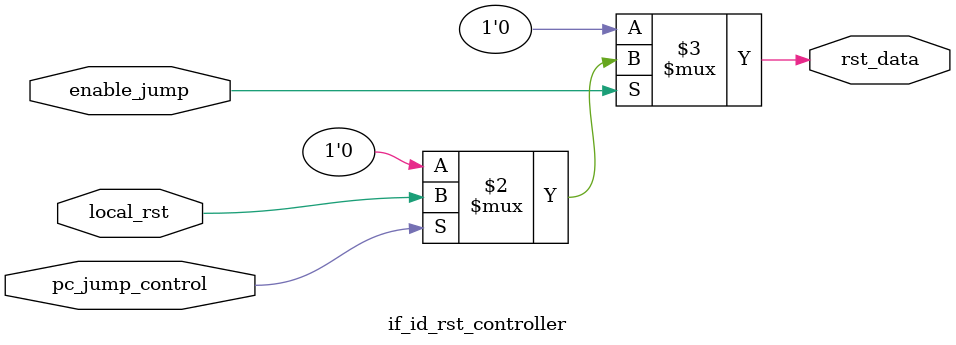
<source format=sv>
`timescale 1ns/10ps

module if_id_rst_controller(
						local_rst,
						//global_rst,
						pc_jump_control,
						enable_jump,
						//bus_stall,
						
						rst_data
						);
output logic rst_data;

input  logic pc_jump_control;
input  logic local_rst;
//input  logic global_rst;
input  logic enable_jump;
//input  logic bus_stall;

always_comb
begin
    //rst_data=bus_stall?1'b0:( enable_jump ? ( pc_jump_control ? local_rst:1'b0) :1'b0);
    //rst_data=bus_stall?1'b0:( enable_jump ? ( pc_jump_control ? local_rst:1'b0) :1'b0);
    rst_data=enable_jump ?( pc_jump_control ? local_rst:1'b0) :1'b0;
end

endmodule
</source>
